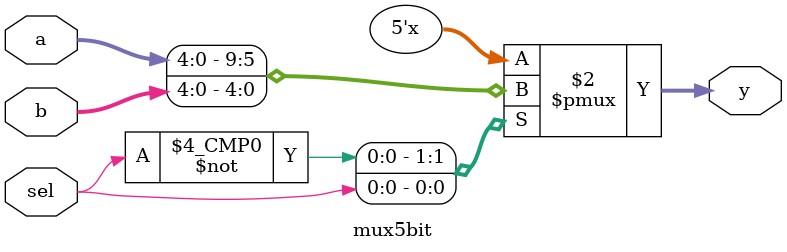
<source format=v>
module mux5bit (input [4:0] a,input [4:0] b,output [4:0] y,input sel); 
reg [4:0] y;

always @(b or a or sel)
begin
	case ( sel )
		0 : y = a;
		1 : y = b;
	endcase
end 
endmodule

</source>
